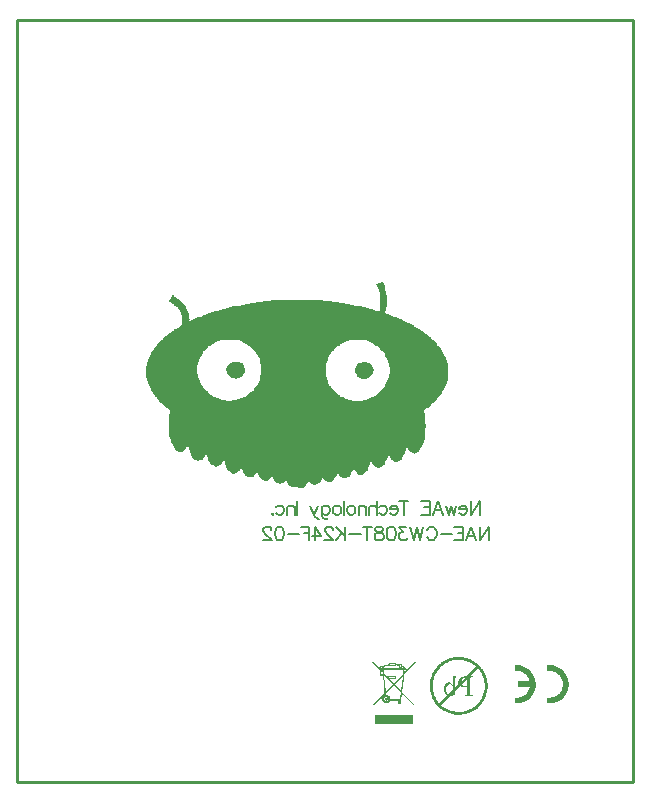
<source format=gbo>
G04*
G04 #@! TF.GenerationSoftware,Altium Limited,Altium Designer,18.1.6 (161)*
G04*
G04 Layer_Color=32896*
%FSLAX25Y25*%
%MOIN*%
G70*
G01*
G75*
%ADD15C,0.01000*%
%ADD17C,0.00700*%
G36*
X121973Y166599D02*
Y166316D01*
X122257D01*
Y166032D01*
Y165749D01*
X122540D01*
Y165465D01*
Y165181D01*
Y164898D01*
X122824D01*
Y164614D01*
Y164330D01*
Y164047D01*
Y163763D01*
X123107D01*
Y163480D01*
Y163196D01*
Y162912D01*
Y162629D01*
Y162345D01*
X123391D01*
Y162062D01*
Y161778D01*
Y161495D01*
Y161211D01*
Y160927D01*
Y160644D01*
Y160360D01*
Y160076D01*
Y159793D01*
Y159509D01*
Y159226D01*
Y158942D01*
Y158659D01*
Y158375D01*
X123107D01*
Y158091D01*
Y157808D01*
Y157524D01*
Y157240D01*
Y156957D01*
X122824D01*
Y156673D01*
Y156390D01*
X123107D01*
Y156106D01*
X123958D01*
Y155823D01*
X124809D01*
Y155539D01*
X125376D01*
Y155255D01*
X126227D01*
Y154972D01*
X126794D01*
Y154688D01*
X127361D01*
Y154404D01*
X128212D01*
Y154121D01*
X128779D01*
Y153837D01*
X129347D01*
Y153554D01*
X129914D01*
Y153270D01*
X130481D01*
Y152987D01*
X131048D01*
Y152703D01*
X131615D01*
Y152419D01*
X132183D01*
Y152136D01*
X132466D01*
Y151852D01*
X133033D01*
Y151568D01*
X133601D01*
Y151285D01*
X133884D01*
Y151001D01*
X134451D01*
Y150718D01*
X134735D01*
Y150434D01*
X135302D01*
Y150151D01*
X135586D01*
Y149867D01*
X135869D01*
Y149583D01*
X136437D01*
Y149300D01*
X136720D01*
Y149016D01*
X137004D01*
Y148732D01*
X137287D01*
Y148449D01*
X137855D01*
Y148165D01*
X138138D01*
Y147882D01*
X138422D01*
Y147598D01*
X138705D01*
Y147315D01*
X138989D01*
Y147031D01*
X139273D01*
Y146747D01*
X139556D01*
Y146464D01*
X139840D01*
Y146180D01*
X140123D01*
Y145896D01*
Y145613D01*
X140407D01*
Y145329D01*
X140691D01*
Y145046D01*
X140974D01*
Y144762D01*
X141258D01*
Y144478D01*
Y144195D01*
X141542D01*
Y143911D01*
X141825D01*
Y143628D01*
Y143344D01*
X142109D01*
Y143060D01*
Y142777D01*
X142392D01*
Y142493D01*
Y142210D01*
X142676D01*
Y141926D01*
Y141642D01*
X142959D01*
Y141359D01*
Y141075D01*
Y140792D01*
X143243D01*
Y140508D01*
Y140224D01*
Y139941D01*
X143527D01*
Y139657D01*
Y139374D01*
Y139090D01*
Y138806D01*
X143810D01*
Y138523D01*
Y138239D01*
Y137956D01*
Y137672D01*
Y137388D01*
Y137105D01*
Y136821D01*
Y136538D01*
Y136254D01*
Y135970D01*
Y135687D01*
Y135403D01*
Y135120D01*
X143527D01*
Y134836D01*
Y134552D01*
Y134269D01*
Y133985D01*
Y133702D01*
X143243D01*
Y133418D01*
Y133134D01*
Y132851D01*
X142959D01*
Y132567D01*
Y132284D01*
X142676D01*
Y132000D01*
Y131716D01*
Y131433D01*
X142392D01*
Y131149D01*
Y130866D01*
X142109D01*
Y130582D01*
X141825D01*
Y130298D01*
Y130015D01*
X141542D01*
Y129731D01*
Y129448D01*
X141258D01*
Y129164D01*
X140974D01*
Y128880D01*
X140691D01*
Y128597D01*
Y128313D01*
X140407D01*
Y128030D01*
X140123D01*
Y127746D01*
X139840D01*
Y127462D01*
X139556D01*
Y127179D01*
X139273D01*
Y126895D01*
X138989D01*
Y126612D01*
X138705D01*
Y126328D01*
X138422D01*
Y126044D01*
X138138D01*
Y125761D01*
X137855D01*
Y125477D01*
X137571D01*
Y125194D01*
X137287D01*
Y124910D01*
X137004D01*
Y124626D01*
X136437D01*
Y124343D01*
X136153D01*
Y124059D01*
X135586D01*
Y123776D01*
Y123492D01*
Y123208D01*
X135869D01*
Y122925D01*
Y122641D01*
Y122358D01*
Y122074D01*
X136153D01*
Y121790D01*
Y121507D01*
Y121223D01*
Y120940D01*
Y120656D01*
Y120372D01*
Y120089D01*
Y119805D01*
Y119522D01*
X136437D01*
Y119238D01*
Y118954D01*
Y118671D01*
Y118387D01*
Y118104D01*
X136153D01*
Y117820D01*
Y117536D01*
Y117253D01*
Y116969D01*
Y116685D01*
Y116402D01*
Y116118D01*
Y115835D01*
Y115551D01*
X135869D01*
Y115268D01*
Y114984D01*
Y114700D01*
Y114417D01*
Y114133D01*
X135586D01*
Y113849D01*
Y113566D01*
Y113282D01*
X135302D01*
Y112999D01*
Y112715D01*
Y112432D01*
X135019D01*
Y112148D01*
Y111864D01*
X134735D01*
Y111581D01*
Y111297D01*
X134451D01*
Y111013D01*
Y110730D01*
X134168D01*
Y110446D01*
X133884D01*
Y110163D01*
X133317D01*
Y109879D01*
X132750D01*
Y109596D01*
X132183D01*
Y109879D01*
X131615D01*
Y110163D01*
X131048D01*
Y110446D01*
X130765D01*
Y110730D01*
X130481D01*
Y111013D01*
Y111297D01*
X130197D01*
Y111581D01*
X129630D01*
Y111297D01*
Y111013D01*
Y110730D01*
Y110446D01*
X129347D01*
Y110163D01*
Y109879D01*
Y109596D01*
X129063D01*
Y109312D01*
Y109028D01*
X128779D01*
Y108745D01*
Y108461D01*
X128496D01*
Y108177D01*
Y107894D01*
X128212D01*
Y107610D01*
X127929D01*
Y107327D01*
X127645D01*
Y107043D01*
X127078D01*
Y106760D01*
X125660D01*
Y107043D01*
X125376D01*
Y107327D01*
X124809D01*
Y107610D01*
Y107894D01*
X124525D01*
Y108177D01*
X124242D01*
Y108461D01*
Y108745D01*
X123675D01*
Y108461D01*
Y108177D01*
X123391D01*
Y107894D01*
Y107610D01*
X123107D01*
Y107327D01*
Y107043D01*
X122824D01*
Y106760D01*
Y106476D01*
X122540D01*
Y106192D01*
Y105909D01*
X122257D01*
Y105625D01*
X121973D01*
Y105341D01*
X121689D01*
Y105058D01*
X121122D01*
Y104774D01*
X119988D01*
Y105058D01*
X119421D01*
Y105341D01*
X119137D01*
Y105625D01*
X118853D01*
Y105909D01*
X118570D01*
Y106192D01*
X118286D01*
Y106476D01*
Y106760D01*
X117719D01*
Y106476D01*
Y106192D01*
Y105909D01*
X117435D01*
Y105625D01*
Y105341D01*
Y105058D01*
X117152D01*
Y104774D01*
Y104491D01*
X116868D01*
Y104207D01*
Y103923D01*
X116585D01*
Y103640D01*
X116301D01*
Y103356D01*
X116017D01*
Y103073D01*
X115734D01*
Y102789D01*
X115450D01*
Y102506D01*
X113749D01*
Y102789D01*
X113465D01*
Y103073D01*
X113181D01*
Y103356D01*
X112898D01*
Y103640D01*
X112614D01*
Y103923D01*
Y104207D01*
X112047D01*
Y103923D01*
X111763D01*
Y103640D01*
Y103356D01*
X111480D01*
Y103073D01*
Y102789D01*
X111196D01*
Y102506D01*
X110913D01*
Y102222D01*
Y101938D01*
X110629D01*
Y101655D01*
X110062D01*
Y101371D01*
X108360D01*
Y101655D01*
X107793D01*
Y101938D01*
X107509D01*
Y102222D01*
X107226D01*
Y102506D01*
Y102789D01*
X106658D01*
Y102506D01*
Y102222D01*
X106375D01*
Y101938D01*
X106091D01*
Y101655D01*
Y101371D01*
X105808D01*
Y101087D01*
X105524D01*
Y100804D01*
X105240D01*
Y100520D01*
X104957D01*
Y100237D01*
X103255D01*
Y100520D01*
X102688D01*
Y100804D01*
X102404D01*
Y101087D01*
X102121D01*
Y101371D01*
X101554D01*
Y101087D01*
Y100804D01*
X101270D01*
Y100520D01*
Y100237D01*
X100987D01*
Y99953D01*
X100703D01*
Y99669D01*
X100419D01*
Y99386D01*
X99568D01*
Y99102D01*
X98718D01*
Y99386D01*
X98150D01*
Y99669D01*
X97867D01*
Y99953D01*
X97583D01*
Y100237D01*
X97016D01*
Y99953D01*
Y99669D01*
X96732D01*
Y99386D01*
X96449D01*
Y99102D01*
Y98819D01*
X96165D01*
Y98535D01*
X95598D01*
Y98251D01*
X95031D01*
Y97968D01*
X94464D01*
Y98251D01*
X93613D01*
Y98535D01*
X91344D01*
Y98819D01*
X90777D01*
Y99102D01*
X90493D01*
Y99386D01*
Y99669D01*
X90210D01*
Y99953D01*
X89926D01*
Y100237D01*
Y100520D01*
X89359D01*
Y100237D01*
X89075D01*
Y99953D01*
X88508D01*
Y99669D01*
X87941D01*
Y99386D01*
X87374D01*
Y99669D01*
X86806D01*
Y99953D01*
X86239D01*
Y100237D01*
X85956D01*
Y100520D01*
X85672D01*
Y100804D01*
Y101087D01*
X85388D01*
Y101371D01*
Y101655D01*
X84538D01*
Y101371D01*
X84254D01*
Y101087D01*
X83970D01*
Y100804D01*
X83687D01*
Y100520D01*
X82269D01*
Y100804D01*
X81702D01*
Y101087D01*
X81418D01*
Y101371D01*
X81134D01*
Y101655D01*
X80851D01*
Y101938D01*
X80567D01*
Y102222D01*
Y102506D01*
X80284D01*
Y102789D01*
Y103073D01*
X79716D01*
Y102789D01*
X79433D01*
Y102506D01*
X79149D01*
Y102222D01*
X78866D01*
Y101938D01*
X78582D01*
Y101655D01*
X76880D01*
Y101938D01*
X76597D01*
Y102222D01*
X76030D01*
Y102506D01*
Y102789D01*
X75746D01*
Y103073D01*
X75462D01*
Y103356D01*
Y103640D01*
X75179D01*
Y103923D01*
Y104207D01*
X74895D01*
Y104491D01*
X74328D01*
Y104207D01*
Y103923D01*
X74044D01*
Y103640D01*
X73761D01*
Y103356D01*
X73477D01*
Y103073D01*
X72626D01*
Y102789D01*
X71776D01*
Y103073D01*
X71208D01*
Y103356D01*
X70925D01*
Y103640D01*
X70641D01*
Y103923D01*
X70358D01*
Y104207D01*
X70074D01*
Y104491D01*
Y104774D01*
X69790D01*
Y105058D01*
Y105341D01*
X69507D01*
Y105625D01*
Y105909D01*
X69223D01*
Y106192D01*
Y106476D01*
Y106760D01*
Y107043D01*
X68656D01*
Y106760D01*
X68372D01*
Y106476D01*
Y106192D01*
X68089D01*
Y105909D01*
X67805D01*
Y105625D01*
X67238D01*
Y105341D01*
X66671D01*
Y105058D01*
X66104D01*
Y105341D01*
X65536D01*
Y105625D01*
X64969D01*
Y105909D01*
X64685D01*
Y106192D01*
X64402D01*
Y106476D01*
Y106760D01*
X64118D01*
Y107043D01*
X63835D01*
Y107327D01*
Y107610D01*
Y107894D01*
X63551D01*
Y108177D01*
Y108461D01*
X63267D01*
Y108745D01*
Y109028D01*
X62700D01*
Y108745D01*
Y108461D01*
X62417D01*
Y108177D01*
X62133D01*
Y107894D01*
X61849D01*
Y107610D01*
X61566D01*
Y107327D01*
X60715D01*
Y107043D01*
X60148D01*
Y107327D01*
X59581D01*
Y107610D01*
X59013D01*
Y107894D01*
X58730D01*
Y108177D01*
X58446D01*
Y108461D01*
Y108745D01*
X58163D01*
Y109028D01*
Y109312D01*
X57879D01*
Y109596D01*
Y109879D01*
X57595D01*
Y110163D01*
Y110446D01*
Y110730D01*
X57312D01*
Y111013D01*
Y111297D01*
Y111581D01*
Y111864D01*
X56461D01*
Y111581D01*
Y111297D01*
X56178D01*
Y111013D01*
X55894D01*
Y110730D01*
X55610D01*
Y110446D01*
X55327D01*
Y110163D01*
X53625D01*
Y110446D01*
X53058D01*
Y110730D01*
X52774D01*
Y111013D01*
Y111297D01*
X52491D01*
Y111581D01*
X52207D01*
Y111864D01*
Y112148D01*
X51924D01*
Y112432D01*
Y112715D01*
X51640D01*
Y112999D01*
Y113282D01*
X51356D01*
Y113566D01*
Y113849D01*
Y114133D01*
Y114417D01*
X51073D01*
Y114700D01*
Y114984D01*
Y115268D01*
X50789D01*
Y115551D01*
Y115835D01*
Y116118D01*
Y116402D01*
Y116685D01*
Y116969D01*
Y117253D01*
Y117536D01*
Y117820D01*
Y118104D01*
X50506D01*
Y118387D01*
Y118671D01*
Y118954D01*
Y119238D01*
Y119522D01*
Y119805D01*
Y120089D01*
Y120372D01*
X50789D01*
Y120656D01*
Y120940D01*
Y121223D01*
Y121507D01*
Y121790D01*
Y122074D01*
Y122358D01*
Y122641D01*
Y122925D01*
X51073D01*
Y123208D01*
Y123492D01*
Y123776D01*
Y124059D01*
X50789D01*
Y124343D01*
X50222D01*
Y124626D01*
X49938D01*
Y124910D01*
X49655D01*
Y125194D01*
X49371D01*
Y125477D01*
X49088D01*
Y125761D01*
X48520D01*
Y126044D01*
X48237D01*
Y126328D01*
X47953D01*
Y126612D01*
X47670D01*
Y126895D01*
X47386D01*
Y127179D01*
Y127462D01*
X47102D01*
Y127746D01*
X46819D01*
Y128030D01*
X46535D01*
Y128313D01*
X46251D01*
Y128597D01*
X45968D01*
Y128880D01*
Y129164D01*
X45684D01*
Y129448D01*
X45401D01*
Y129731D01*
Y130015D01*
X45117D01*
Y130298D01*
X44833D01*
Y130582D01*
Y130866D01*
X44550D01*
Y131149D01*
Y131433D01*
X44266D01*
Y131716D01*
Y132000D01*
X43983D01*
Y132284D01*
Y132567D01*
Y132851D01*
X43699D01*
Y133134D01*
Y133418D01*
Y133702D01*
X43415D01*
Y133985D01*
Y134269D01*
Y134552D01*
Y134836D01*
X43132D01*
Y135120D01*
Y135403D01*
Y135687D01*
Y135970D01*
Y136254D01*
Y136538D01*
Y136821D01*
Y137105D01*
Y137388D01*
Y137672D01*
Y137956D01*
Y138239D01*
Y138523D01*
Y138806D01*
X43415D01*
Y139090D01*
Y139374D01*
Y139657D01*
Y139941D01*
Y140224D01*
X43699D01*
Y140508D01*
Y140792D01*
Y141075D01*
X43983D01*
Y141359D01*
Y141642D01*
X44266D01*
Y141926D01*
Y142210D01*
Y142493D01*
X44550D01*
Y142777D01*
X44833D01*
Y143060D01*
Y143344D01*
X45117D01*
Y143628D01*
Y143911D01*
X45401D01*
Y144195D01*
X45684D01*
Y144478D01*
Y144762D01*
X45968D01*
Y145046D01*
X46251D01*
Y145329D01*
X46535D01*
Y145613D01*
Y145896D01*
X46819D01*
Y146180D01*
X47102D01*
Y146464D01*
X47386D01*
Y146747D01*
X47670D01*
Y147031D01*
X47953D01*
Y147315D01*
X48237D01*
Y147598D01*
X48520D01*
Y147882D01*
X48804D01*
Y148165D01*
X49088D01*
Y148449D01*
X49371D01*
Y148732D01*
X49938D01*
Y149016D01*
X50222D01*
Y149300D01*
X50506D01*
Y149583D01*
X50789D01*
Y149867D01*
X51356D01*
Y150151D01*
X51640D01*
Y150434D01*
X52207D01*
Y150718D01*
X52491D01*
Y151001D01*
X53058D01*
Y151285D01*
X53342D01*
Y151568D01*
X53909D01*
Y151852D01*
X54476D01*
Y152136D01*
X54760D01*
Y152419D01*
X55043D01*
Y152703D01*
Y152987D01*
Y153270D01*
Y153554D01*
Y153837D01*
Y154121D01*
Y154404D01*
Y154688D01*
Y154972D01*
Y155255D01*
Y155539D01*
Y155823D01*
X54760D01*
Y156106D01*
Y156390D01*
Y156673D01*
X54476D01*
Y156957D01*
Y157240D01*
X54192D01*
Y157524D01*
X53909D01*
Y157808D01*
X53625D01*
Y158091D01*
Y158375D01*
X53058D01*
Y158659D01*
X52774D01*
Y158942D01*
X52491D01*
Y159226D01*
X52207D01*
Y159509D01*
X51640D01*
Y159793D01*
X51356D01*
Y160076D01*
X50789D01*
Y160360D01*
Y160644D01*
X51073D01*
Y160927D01*
Y161211D01*
X51356D01*
Y161495D01*
Y161778D01*
X51640D01*
Y162062D01*
Y162345D01*
X52207D01*
Y162062D01*
X52491D01*
Y161778D01*
X53058D01*
Y161495D01*
X53342D01*
Y161211D01*
X53909D01*
Y160927D01*
X54192D01*
Y160644D01*
X54476D01*
Y160360D01*
X54760D01*
Y160076D01*
X55043D01*
Y159793D01*
X55327D01*
Y159509D01*
X55610D01*
Y159226D01*
X55894D01*
Y158942D01*
X56178D01*
Y158659D01*
Y158375D01*
X56461D01*
Y158091D01*
Y157808D01*
X56745D01*
Y157524D01*
Y157240D01*
X57028D01*
Y156957D01*
Y156673D01*
Y156390D01*
X57312D01*
Y156106D01*
Y155823D01*
Y155539D01*
Y155255D01*
Y154972D01*
Y154688D01*
Y154404D01*
X57595D01*
Y154121D01*
X57312D01*
Y153837D01*
X58163D01*
Y154121D01*
X58730D01*
Y154404D01*
X59297D01*
Y154688D01*
X60148D01*
Y154972D01*
X60715D01*
Y155255D01*
X61566D01*
Y155539D01*
X62133D01*
Y155823D01*
X62984D01*
Y156106D01*
X63835D01*
Y156390D01*
X64685D01*
Y156673D01*
X65536D01*
Y156957D01*
X66387D01*
Y157240D01*
X67238D01*
Y157524D01*
X68372D01*
Y157808D01*
X69507D01*
Y158091D01*
X70641D01*
Y158375D01*
X71776D01*
Y158659D01*
X73194D01*
Y158942D01*
X74612D01*
Y159226D01*
X76030D01*
Y159509D01*
X77731D01*
Y159793D01*
X79716D01*
Y160076D01*
X81985D01*
Y160360D01*
X84821D01*
Y160644D01*
X89926D01*
Y160927D01*
X97016D01*
Y160644D01*
X102121D01*
Y160360D01*
X104957D01*
Y160076D01*
X107226D01*
Y159793D01*
X109211D01*
Y159509D01*
X110913D01*
Y159226D01*
X112330D01*
Y158942D01*
X113749D01*
Y158659D01*
X115166D01*
Y158375D01*
X116301D01*
Y158091D01*
X117435D01*
Y157808D01*
X118570D01*
Y157524D01*
X119421D01*
Y157240D01*
X120839D01*
Y157524D01*
Y157808D01*
Y158091D01*
Y158375D01*
Y158659D01*
Y158942D01*
X121122D01*
Y159226D01*
Y159509D01*
Y159793D01*
Y160076D01*
Y160360D01*
Y160644D01*
Y160927D01*
Y161211D01*
Y161495D01*
Y161778D01*
X120839D01*
Y162062D01*
Y162345D01*
Y162629D01*
Y162912D01*
Y163196D01*
Y163480D01*
X120555D01*
Y163763D01*
Y164047D01*
Y164330D01*
X120271D01*
Y164614D01*
Y164898D01*
Y165181D01*
X119988D01*
Y165465D01*
Y165749D01*
X119704D01*
Y166032D01*
X120271D01*
Y166316D01*
X120839D01*
Y166599D01*
X121406D01*
Y166883D01*
X121973D01*
Y166599D01*
D02*
G37*
G36*
X132900Y40022D02*
X128978Y35938D01*
X128862Y34839D01*
X128619Y32166D01*
X128422Y30245D01*
X132622Y25930D01*
X132333Y25652D01*
X128388Y29701D01*
X128156Y27214D01*
X128029D01*
Y26265D01*
X127150D01*
Y27214D01*
X124431D01*
X124327Y27029D01*
X124199Y26844D01*
X124003Y26635D01*
X123748Y26462D01*
X123459Y26369D01*
X123181Y26335D01*
X122892Y26346D01*
X122684Y26404D01*
X122441Y26508D01*
X122232Y26635D01*
X122071Y26797D01*
X121908Y27029D01*
X121793Y27283D01*
X121723Y27526D01*
X121700Y27723D01*
X121723Y27966D01*
X121758Y28151D01*
X121827Y28325D01*
X121932Y28521D01*
X122047Y28683D01*
X122209Y28834D01*
X122383Y28949D01*
X122545Y29030D01*
X122522Y29239D01*
X119062Y25652D01*
X118773Y25941D01*
X122487Y29782D01*
X122186Y33138D01*
X121978Y35567D01*
X120867D01*
Y37129D01*
X121156D01*
X118345Y40022D01*
X118634Y40299D01*
X121284Y37569D01*
Y37766D01*
X121226Y37812D01*
X121156Y37858D01*
X121087Y37928D01*
X121018Y38009D01*
X120983Y38113D01*
X120948Y38205D01*
X120937Y38321D01*
X120960Y38471D01*
X120994Y38552D01*
X121099Y38715D01*
X121214Y38819D01*
X121365Y38888D01*
X121527Y38911D01*
X121689Y38888D01*
X121827Y38830D01*
X121943Y38761D01*
X122001Y38691D01*
X122105Y38784D01*
X122279Y38900D01*
X122487Y39004D01*
X122788Y39119D01*
X123112Y39212D01*
X123436Y39281D01*
X123783Y39339D01*
X124060Y39374D01*
Y39721D01*
X126282D01*
Y39420D01*
X126455D01*
X126745Y39386D01*
X127046Y39351D01*
X127335Y39305D01*
Y39490D01*
X128295D01*
Y39038D01*
X128411Y38981D01*
X128561Y38911D01*
X128735Y38807D01*
X128874Y38715D01*
X129001Y38599D01*
X129094Y38518D01*
X129151Y38437D01*
X129198Y38344D01*
X129174Y38182D01*
X129730D01*
Y37477D01*
X129117D01*
X129024Y36562D01*
X132611Y40299D01*
X132900Y40022D01*
D02*
G37*
G36*
X132055Y22447D02*
Y22389D01*
Y22308D01*
Y22227D01*
Y22135D01*
Y22054D01*
Y21996D01*
Y21984D01*
Y21973D01*
Y21591D01*
Y21406D01*
Y21232D01*
Y21093D01*
Y20978D01*
Y20931D01*
Y20897D01*
Y20885D01*
Y20874D01*
Y20654D01*
Y20457D01*
Y20272D01*
Y20110D01*
Y19971D01*
Y19879D01*
Y19809D01*
Y19797D01*
Y19786D01*
Y19624D01*
Y19508D01*
Y19416D01*
Y19358D01*
Y19323D01*
Y19312D01*
Y19300D01*
X119409D01*
Y19323D01*
Y19381D01*
Y19450D01*
Y19543D01*
Y19636D01*
Y19705D01*
Y19763D01*
Y19786D01*
Y20168D01*
Y20353D01*
Y20515D01*
Y20665D01*
Y20769D01*
Y20816D01*
Y20850D01*
Y20862D01*
Y20874D01*
Y21093D01*
Y21302D01*
Y21487D01*
Y21649D01*
Y21788D01*
Y21892D01*
Y21949D01*
Y21973D01*
Y22065D01*
Y22135D01*
Y22262D01*
Y22354D01*
Y22412D01*
Y22447D01*
Y22459D01*
Y22470D01*
X132055D01*
Y22447D01*
D02*
G37*
G36*
X147598Y41873D02*
X147968Y41850D01*
X148327Y41815D01*
X148674Y41757D01*
X149021Y41699D01*
X149345Y41618D01*
X149993Y41445D01*
X150594Y41225D01*
X151161Y40982D01*
X151682Y40728D01*
X151925Y40600D01*
X152156Y40462D01*
X152376Y40334D01*
X152584Y40195D01*
X152781Y40068D01*
X152966Y39941D01*
X153140Y39814D01*
X153302Y39698D01*
X153441Y39582D01*
X153568Y39478D01*
X153683Y39386D01*
X153788Y39305D01*
X153880Y39224D01*
X153950Y39166D01*
X154007Y39108D01*
X154042Y39073D01*
X154065Y39050D01*
X154077Y39038D01*
X154332Y38772D01*
X154574Y38495D01*
X154794Y38217D01*
X155014Y37928D01*
X155199Y37639D01*
X155384Y37361D01*
X155558Y37060D01*
X155708Y36771D01*
X155847Y36481D01*
X155986Y36192D01*
X156206Y35625D01*
X156403Y35081D01*
X156541Y34561D01*
X156669Y34063D01*
X156715Y33832D01*
X156750Y33612D01*
X156784Y33415D01*
X156819Y33219D01*
X156842Y33034D01*
X156854Y32872D01*
X156865Y32721D01*
X156877Y32594D01*
X156888Y32478D01*
Y32374D01*
X156900Y32305D01*
Y32247D01*
Y32212D01*
Y32201D01*
X156888Y31830D01*
X156865Y31460D01*
X156831Y31101D01*
X156773Y30754D01*
X156715Y30407D01*
X156634Y30083D01*
X156460Y29435D01*
X156240Y28834D01*
X156009Y28267D01*
X155755Y27746D01*
X155616Y27503D01*
X155489Y27272D01*
X155361Y27052D01*
X155222Y26844D01*
X155095Y26647D01*
X154968Y26462D01*
X154852Y26288D01*
X154736Y26126D01*
X154621Y25987D01*
X154517Y25860D01*
X154424Y25745D01*
X154332Y25640D01*
X154262Y25548D01*
X154193Y25478D01*
X154146Y25420D01*
X154112Y25386D01*
X154088Y25363D01*
X154077Y25351D01*
X153811Y25097D01*
X153533Y24854D01*
X153255Y24622D01*
X152966Y24414D01*
X152677Y24217D01*
X152388Y24032D01*
X152099Y23870D01*
X151809Y23708D01*
X151520Y23569D01*
X151231Y23442D01*
X150664Y23211D01*
X150108Y23025D01*
X149588Y22875D01*
X149102Y22759D01*
X148870Y22702D01*
X148651Y22667D01*
X148442Y22632D01*
X148246Y22609D01*
X148061Y22574D01*
X147898Y22563D01*
X147748Y22551D01*
X147621Y22540D01*
X147505Y22528D01*
X147401D01*
X147332Y22516D01*
X147228D01*
X146857Y22528D01*
X146487Y22551D01*
X146128Y22586D01*
X145781Y22644D01*
X145446Y22702D01*
X145110Y22783D01*
X144474Y22956D01*
X143872Y23176D01*
X143305Y23419D01*
X142785Y23674D01*
X142542Y23801D01*
X142310Y23940D01*
X142090Y24067D01*
X141882Y24194D01*
X141685Y24333D01*
X141500Y24460D01*
X141327Y24576D01*
X141165Y24692D01*
X141026Y24807D01*
X140899Y24911D01*
X140783Y25004D01*
X140679Y25085D01*
X140586Y25166D01*
X140517Y25235D01*
X140459Y25282D01*
X140424Y25316D01*
X140401Y25339D01*
X140390Y25351D01*
X140135Y25617D01*
X139892Y25895D01*
X139661Y26173D01*
X139452Y26462D01*
X139256Y26751D01*
X139071Y27040D01*
X138897Y27330D01*
X138747Y27619D01*
X138596Y27908D01*
X138469Y28197D01*
X138238Y28764D01*
X138052Y29320D01*
X137902Y29840D01*
X137786Y30326D01*
X137729Y30558D01*
X137694Y30777D01*
X137659Y30986D01*
X137624Y31182D01*
X137601Y31367D01*
X137590Y31530D01*
X137578Y31680D01*
X137566Y31807D01*
X137555Y31923D01*
X137543Y32027D01*
Y32096D01*
Y32154D01*
Y32189D01*
Y32201D01*
X137555Y32571D01*
X137578Y32941D01*
X137613Y33300D01*
X137671Y33647D01*
X137729Y33982D01*
X137810Y34318D01*
X137983Y34954D01*
X138203Y35556D01*
X138446Y36123D01*
X138700Y36643D01*
X138828Y36886D01*
X138967Y37118D01*
X139094Y37338D01*
X139233Y37546D01*
X139360Y37743D01*
X139487Y37928D01*
X139614Y38101D01*
X139730Y38263D01*
X139846Y38402D01*
X139950Y38529D01*
X140042Y38645D01*
X140123Y38749D01*
X140205Y38842D01*
X140262Y38911D01*
X140320Y38969D01*
X140355Y39004D01*
X140378Y39027D01*
X140390Y39038D01*
X140656Y39293D01*
X140933Y39536D01*
X141211Y39767D01*
X141500Y39976D01*
X141790Y40172D01*
X142067Y40357D01*
X142368Y40531D01*
X142657Y40681D01*
X142947Y40832D01*
X143236Y40959D01*
X143803Y41190D01*
X144347Y41376D01*
X144867Y41526D01*
X145365Y41642D01*
X145596Y41699D01*
X145816Y41734D01*
X146013Y41769D01*
X146209Y41804D01*
X146394Y41827D01*
X146556Y41838D01*
X146707Y41850D01*
X146834Y41862D01*
X146950Y41873D01*
X147054Y41885D01*
X147228D01*
X147598Y41873D01*
D02*
G37*
G36*
X177942Y39177D02*
X178416Y39120D01*
X178867Y39027D01*
X179295Y38900D01*
X179700Y38761D01*
X180070Y38599D01*
X180429Y38425D01*
X180741Y38252D01*
X181031Y38078D01*
X181285Y37905D01*
X181505Y37743D01*
X181690Y37604D01*
X181829Y37477D01*
X181933Y37384D01*
X182002Y37326D01*
X182026Y37303D01*
X182361Y36944D01*
X182650Y36563D01*
X182905Y36181D01*
X183113Y35799D01*
X183298Y35406D01*
X183449Y35035D01*
X183576Y34665D01*
X183680Y34318D01*
X183750Y33994D01*
X183807Y33693D01*
X183854Y33427D01*
X183877Y33196D01*
X183888Y33092D01*
X183900Y32999D01*
Y32930D01*
X183912Y32860D01*
Y32814D01*
Y32779D01*
Y32756D01*
Y32745D01*
X183888Y32259D01*
X183831Y31784D01*
X183738Y31333D01*
X183611Y30905D01*
X183472Y30500D01*
X183310Y30130D01*
X183148Y29783D01*
X182963Y29459D01*
X182789Y29181D01*
X182627Y28926D01*
X182465Y28707D01*
X182315Y28521D01*
X182199Y28383D01*
X182107Y28267D01*
X182049Y28209D01*
X182026Y28186D01*
X181667Y27850D01*
X181285Y27561D01*
X180903Y27307D01*
X180510Y27098D01*
X180128Y26913D01*
X179746Y26763D01*
X179376Y26636D01*
X179029Y26531D01*
X178705Y26462D01*
X178404Y26404D01*
X178138Y26358D01*
X177907Y26335D01*
X177803Y26323D01*
X177710Y26312D01*
X177641D01*
X177571Y26300D01*
X177213D01*
X177108Y26312D01*
X176923D01*
X176865Y26323D01*
X176808D01*
Y28278D01*
X177027Y28255D01*
X177143Y28244D01*
X177236D01*
X177328Y28232D01*
X177455D01*
X177803Y28244D01*
X178127Y28290D01*
X178439Y28359D01*
X178740Y28440D01*
X179017Y28533D01*
X179284Y28649D01*
X179526Y28764D01*
X179746Y28892D01*
X179955Y29019D01*
X180128Y29135D01*
X180279Y29250D01*
X180406Y29343D01*
X180510Y29436D01*
X180591Y29493D01*
X180637Y29540D01*
X180649Y29551D01*
X180880Y29806D01*
X181088Y30072D01*
X181262Y30338D01*
X181412Y30616D01*
X181540Y30882D01*
X181644Y31148D01*
X181736Y31402D01*
X181806Y31645D01*
X181852Y31877D01*
X181898Y32085D01*
X181922Y32270D01*
X181945Y32432D01*
X181956Y32559D01*
X181968Y32664D01*
Y32721D01*
Y32745D01*
X181956Y33092D01*
X181910Y33416D01*
X181841Y33740D01*
X181760Y34040D01*
X181667Y34318D01*
X181551Y34584D01*
X181436Y34827D01*
X181308Y35047D01*
X181181Y35244D01*
X181065Y35417D01*
X180950Y35579D01*
X180857Y35706D01*
X180764Y35799D01*
X180707Y35880D01*
X180660Y35926D01*
X180649Y35938D01*
X180394Y36169D01*
X180128Y36378D01*
X179862Y36551D01*
X179584Y36713D01*
X179318Y36840D01*
X179052Y36944D01*
X178798Y37037D01*
X178555Y37106D01*
X178323Y37153D01*
X178115Y37199D01*
X177930Y37234D01*
X177768Y37245D01*
X177641Y37257D01*
X177536Y37268D01*
X177455D01*
X177213Y37257D01*
X177108D01*
X177004Y37245D01*
X176923Y37234D01*
X176865D01*
X176819Y37222D01*
X176808D01*
Y39166D01*
X177027Y39189D01*
X177131D01*
X177236Y39200D01*
X177455D01*
X177942Y39177D01*
D02*
G37*
G36*
X166973D02*
X167447Y39120D01*
X167899Y39027D01*
X168327Y38900D01*
X168732Y38761D01*
X169102Y38599D01*
X169449Y38425D01*
X169773Y38252D01*
X170051Y38078D01*
X170305Y37905D01*
X170525Y37743D01*
X170710Y37604D01*
X170849Y37477D01*
X170965Y37384D01*
X171023Y37326D01*
X171046Y37303D01*
X171381Y36944D01*
X171670Y36563D01*
X171925Y36181D01*
X172133Y35799D01*
X172318Y35406D01*
X172469Y35035D01*
X172596Y34665D01*
X172700Y34318D01*
X172770Y33994D01*
X172827Y33693D01*
X172874Y33427D01*
X172897Y33196D01*
X172908Y33092D01*
X172920Y32999D01*
Y32930D01*
X172932Y32860D01*
Y32814D01*
Y32779D01*
Y32756D01*
Y32745D01*
X172908Y32259D01*
X172851Y31784D01*
X172758Y31333D01*
X172631Y30905D01*
X172492Y30500D01*
X172330Y30130D01*
X172168Y29783D01*
X171983Y29459D01*
X171809Y29181D01*
X171647Y28926D01*
X171485Y28707D01*
X171335Y28521D01*
X171219Y28383D01*
X171127Y28267D01*
X171069Y28209D01*
X171046Y28186D01*
X170687Y27850D01*
X170305Y27561D01*
X169923Y27307D01*
X169542Y27098D01*
X169148Y26913D01*
X168778Y26763D01*
X168408Y26636D01*
X168061Y26531D01*
X167737Y26462D01*
X167436Y26404D01*
X167170Y26358D01*
X166938Y26335D01*
X166834Y26323D01*
X166742Y26312D01*
X166672D01*
X166603Y26300D01*
X166244D01*
X166140Y26312D01*
X165955D01*
X165897Y26323D01*
X165839D01*
X165851Y28278D01*
X166071Y28255D01*
X166175Y28244D01*
X166279D01*
X166360Y28232D01*
X166487D01*
X166776Y28244D01*
X167066Y28278D01*
X167343Y28325D01*
X167598Y28383D01*
X167852Y28464D01*
X168084Y28545D01*
X168304Y28637D01*
X168500Y28730D01*
X168685Y28822D01*
X168847Y28915D01*
X168986Y28996D01*
X169102Y29077D01*
X169194Y29135D01*
X169264Y29181D01*
X169310Y29216D01*
X169322Y29227D01*
X169542Y29424D01*
X169750Y29621D01*
X169923Y29829D01*
X170085Y30049D01*
X170236Y30257D01*
X170363Y30477D01*
X170479Y30685D01*
X170571Y30882D01*
X170652Y31067D01*
X170722Y31240D01*
X170780Y31391D01*
X170826Y31530D01*
X170861Y31634D01*
X170884Y31715D01*
X170895Y31761D01*
Y31784D01*
X167123D01*
Y33716D01*
X170895D01*
X170826Y34006D01*
X170733Y34272D01*
X170629Y34538D01*
X170513Y34781D01*
X170386Y35001D01*
X170259Y35209D01*
X170120Y35406D01*
X169993Y35579D01*
X169866Y35741D01*
X169738Y35880D01*
X169634Y35996D01*
X169530Y36088D01*
X169449Y36169D01*
X169391Y36227D01*
X169345Y36262D01*
X169333Y36273D01*
X169090Y36447D01*
X168847Y36597D01*
X168605Y36736D01*
X168361Y36852D01*
X168119Y36944D01*
X167887Y37025D01*
X167656Y37095D01*
X167436Y37141D01*
X167239Y37187D01*
X167054Y37211D01*
X166892Y37234D01*
X166753Y37257D01*
X166638D01*
X166557Y37268D01*
X166487D01*
X166244Y37257D01*
X166140D01*
X166036Y37245D01*
X165955Y37234D01*
X165897D01*
X165851Y37222D01*
X165839D01*
Y39166D01*
X165978Y39177D01*
X166094Y39189D01*
X166209D01*
X166302Y39200D01*
X166487D01*
X166973Y39177D01*
D02*
G37*
%LPC*%
G36*
X115166Y147598D02*
X111763D01*
Y147315D01*
X110629D01*
Y147031D01*
X109778D01*
Y146747D01*
X108927D01*
Y146464D01*
X108360D01*
Y146180D01*
X107793D01*
Y145896D01*
X107509D01*
Y145613D01*
X106942D01*
Y145329D01*
X106658D01*
Y145046D01*
X106375D01*
Y144762D01*
X106091D01*
Y144478D01*
X105808D01*
Y144195D01*
X105524D01*
Y143911D01*
X105240D01*
Y143628D01*
X104957D01*
Y143344D01*
X104673D01*
Y143060D01*
Y142777D01*
X104390D01*
Y142493D01*
X104106D01*
Y142210D01*
Y141926D01*
X103823D01*
Y141642D01*
Y141359D01*
X103539D01*
Y141075D01*
Y140792D01*
Y140508D01*
X103255D01*
Y140224D01*
Y139941D01*
Y139657D01*
X102972D01*
Y139374D01*
Y139090D01*
Y138806D01*
Y138523D01*
Y138239D01*
Y137956D01*
Y137672D01*
Y137388D01*
Y137105D01*
Y136821D01*
Y136538D01*
Y136254D01*
Y135970D01*
Y135687D01*
Y135403D01*
Y135120D01*
X103255D01*
Y134836D01*
Y134552D01*
Y134269D01*
X103539D01*
Y133985D01*
Y133702D01*
Y133418D01*
X103823D01*
Y133134D01*
Y132851D01*
X104106D01*
Y132567D01*
Y132284D01*
X104390D01*
Y132000D01*
X104673D01*
Y131716D01*
Y131433D01*
X104957D01*
Y131149D01*
X105240D01*
Y130866D01*
X105524D01*
Y130582D01*
X105808D01*
Y130298D01*
X106091D01*
Y130015D01*
X106375D01*
Y129731D01*
X106658D01*
Y129448D01*
X106942D01*
Y129164D01*
X107509D01*
Y128880D01*
X107793D01*
Y128597D01*
X108360D01*
Y128313D01*
X108927D01*
Y128030D01*
X109494D01*
Y127746D01*
X110345D01*
Y127462D01*
X111763D01*
Y127179D01*
X115450D01*
Y127462D01*
X116585D01*
Y127746D01*
X117435D01*
Y128030D01*
X118002D01*
Y128313D01*
X118570D01*
Y128597D01*
X119137D01*
Y128880D01*
X119704D01*
Y129164D01*
X119988D01*
Y129448D01*
X120271D01*
Y129731D01*
X120555D01*
Y130015D01*
X121122D01*
Y130298D01*
X121406D01*
Y130582D01*
Y130866D01*
X121689D01*
Y131149D01*
X121973D01*
Y131433D01*
X122257D01*
Y131716D01*
X122540D01*
Y132000D01*
Y132284D01*
X122824D01*
Y132567D01*
Y132851D01*
X123107D01*
Y133134D01*
Y133418D01*
X123391D01*
Y133702D01*
Y133985D01*
X123675D01*
Y134269D01*
Y134552D01*
Y134836D01*
X123958D01*
Y135120D01*
Y135403D01*
Y135687D01*
Y135970D01*
Y136254D01*
X124242D01*
Y136538D01*
Y136821D01*
Y137105D01*
Y137388D01*
Y137672D01*
Y137956D01*
Y138239D01*
Y138523D01*
X123958D01*
Y138806D01*
Y139090D01*
Y139374D01*
Y139657D01*
Y139941D01*
X123675D01*
Y140224D01*
Y140508D01*
Y140792D01*
X123391D01*
Y141075D01*
Y141359D01*
X123107D01*
Y141642D01*
Y141926D01*
X122824D01*
Y142210D01*
Y142493D01*
X122540D01*
Y142777D01*
Y143060D01*
X122257D01*
Y143344D01*
X121973D01*
Y143628D01*
X121689D01*
Y143911D01*
X121406D01*
Y144195D01*
X121122D01*
Y144478D01*
X120839D01*
Y144762D01*
X120555D01*
Y145046D01*
X120271D01*
Y145329D01*
X119988D01*
Y145613D01*
X119421D01*
Y145896D01*
X119137D01*
Y146180D01*
X118570D01*
Y146464D01*
X118002D01*
Y146747D01*
X117435D01*
Y147031D01*
X116585D01*
Y147315D01*
X115166D01*
Y147598D01*
D02*
G37*
G36*
X73194D02*
X68372D01*
Y147315D01*
X67522D01*
Y147031D01*
X66671D01*
Y146747D01*
X66104D01*
Y146464D01*
X65536D01*
Y146180D01*
X64969D01*
Y145896D01*
X64685D01*
Y145613D01*
X64118D01*
Y145329D01*
X63835D01*
Y145046D01*
X63551D01*
Y144762D01*
X63267D01*
Y144478D01*
X62984D01*
Y144195D01*
X62700D01*
Y143911D01*
X62417D01*
Y143628D01*
X62133D01*
Y143344D01*
Y143060D01*
X61849D01*
Y142777D01*
X61566D01*
Y142493D01*
Y142210D01*
X61282D01*
Y141926D01*
Y141642D01*
X60999D01*
Y141359D01*
Y141075D01*
X60715D01*
Y140792D01*
Y140508D01*
Y140224D01*
X60431D01*
Y139941D01*
Y139657D01*
Y139374D01*
Y139090D01*
X60148D01*
Y138806D01*
Y138523D01*
Y138239D01*
Y137956D01*
Y137672D01*
Y137388D01*
Y137105D01*
Y136821D01*
Y136538D01*
Y136254D01*
Y135970D01*
X60431D01*
Y135687D01*
Y135403D01*
Y135120D01*
Y134836D01*
X60715D01*
Y134552D01*
Y134269D01*
Y133985D01*
X60999D01*
Y133702D01*
Y133418D01*
Y133134D01*
X61282D01*
Y132851D01*
Y132567D01*
X61566D01*
Y132284D01*
X61849D01*
Y132000D01*
Y131716D01*
X62133D01*
Y131433D01*
X62417D01*
Y131149D01*
X62700D01*
Y130866D01*
X62984D01*
Y130582D01*
X63267D01*
Y130298D01*
X63551D01*
Y130015D01*
X63835D01*
Y129731D01*
X64118D01*
Y129448D01*
X64402D01*
Y129164D01*
X64969D01*
Y128880D01*
X65253D01*
Y128597D01*
X65820D01*
Y128313D01*
X66387D01*
Y128030D01*
X67238D01*
Y127746D01*
X68089D01*
Y127462D01*
X69790D01*
Y127179D01*
X71776D01*
Y127462D01*
X73477D01*
Y127746D01*
X74328D01*
Y128030D01*
X75179D01*
Y128313D01*
X75746D01*
Y128597D01*
X76313D01*
Y128880D01*
X76597D01*
Y129164D01*
X77164D01*
Y129448D01*
X77448D01*
Y129731D01*
X77731D01*
Y130015D01*
X78298D01*
Y130298D01*
X78582D01*
Y130582D01*
X78866D01*
Y130866D01*
Y131149D01*
X79149D01*
Y131433D01*
X79433D01*
Y131716D01*
X79716D01*
Y132000D01*
X80000D01*
Y132284D01*
Y132567D01*
X80284D01*
Y132851D01*
Y133134D01*
X80567D01*
Y133418D01*
Y133702D01*
X80851D01*
Y133985D01*
Y134269D01*
Y134552D01*
X81134D01*
Y134836D01*
Y135120D01*
Y135403D01*
Y135687D01*
X81418D01*
Y135970D01*
Y136254D01*
Y136538D01*
Y136821D01*
Y137105D01*
Y137388D01*
Y137672D01*
Y137956D01*
Y138239D01*
Y138523D01*
Y138806D01*
Y139090D01*
Y139374D01*
X81134D01*
Y139657D01*
Y139941D01*
Y140224D01*
Y140508D01*
X80851D01*
Y140792D01*
Y141075D01*
Y141359D01*
X80567D01*
Y141642D01*
Y141926D01*
X80284D01*
Y142210D01*
Y142493D01*
X80000D01*
Y142777D01*
X79716D01*
Y143060D01*
Y143344D01*
X79433D01*
Y143628D01*
X79149D01*
Y143911D01*
X78866D01*
Y144195D01*
X78582D01*
Y144478D01*
X78298D01*
Y144762D01*
X78015D01*
Y145046D01*
X77731D01*
Y145329D01*
X77448D01*
Y145613D01*
X77164D01*
Y145896D01*
X76597D01*
Y146180D01*
X76030D01*
Y146464D01*
X75462D01*
Y146747D01*
X74895D01*
Y147031D01*
X74328D01*
Y147315D01*
X73194D01*
Y147598D01*
D02*
G37*
%LPD*%
G36*
X116585Y139941D02*
X117152D01*
Y139657D01*
X117719D01*
Y139374D01*
X118002D01*
Y139090D01*
X118286D01*
Y138806D01*
Y138523D01*
X118570D01*
Y138239D01*
Y137956D01*
Y137672D01*
X118853D01*
Y137388D01*
Y137105D01*
X118570D01*
Y136821D01*
Y136538D01*
Y136254D01*
X118286D01*
Y135970D01*
Y135687D01*
X118002D01*
Y135403D01*
X117719D01*
Y135120D01*
X117435D01*
Y134836D01*
X116585D01*
Y134552D01*
X114599D01*
Y134836D01*
X114032D01*
Y135120D01*
X113465D01*
Y135403D01*
X113181D01*
Y135687D01*
Y135970D01*
X112898D01*
Y136254D01*
Y136538D01*
X112614D01*
Y136821D01*
Y137105D01*
Y137388D01*
Y137672D01*
Y137956D01*
Y138239D01*
X112898D01*
Y138523D01*
Y138806D01*
X113181D01*
Y139090D01*
Y139374D01*
X113749D01*
Y139657D01*
X114032D01*
Y139941D01*
X114883D01*
Y140224D01*
X116585D01*
Y139941D01*
D02*
G37*
G36*
X74328D02*
X74895D01*
Y139657D01*
X75179D01*
Y139374D01*
X75462D01*
Y139090D01*
X75746D01*
Y138806D01*
Y138523D01*
Y138239D01*
X76030D01*
Y137956D01*
Y137672D01*
Y137388D01*
Y137105D01*
Y136821D01*
Y136538D01*
X75746D01*
Y136254D01*
Y135970D01*
X75462D01*
Y135687D01*
X75179D01*
Y135403D01*
X74895D01*
Y135120D01*
X74328D01*
Y134836D01*
X73477D01*
Y134552D01*
X72626D01*
Y134836D01*
X71492D01*
Y135120D01*
X70925D01*
Y135403D01*
X70641D01*
Y135687D01*
X70358D01*
Y135970D01*
Y136254D01*
X70074D01*
Y136538D01*
Y136821D01*
Y137105D01*
X69790D01*
Y137388D01*
Y137672D01*
Y137956D01*
X70074D01*
Y138239D01*
Y138523D01*
Y138806D01*
X70358D01*
Y139090D01*
X70641D01*
Y139374D01*
X70925D01*
Y139657D01*
X71208D01*
Y139941D01*
X71776D01*
Y140224D01*
X74328D01*
Y139941D01*
D02*
G37*
%LPC*%
G36*
X125865Y39328D02*
X124454D01*
Y39096D01*
X125865D01*
Y39328D01*
D02*
G37*
G36*
X126282Y39004D02*
Y38691D01*
X124060D01*
Y38957D01*
X123598Y38888D01*
X123181Y38784D01*
X122834Y38691D01*
X122556Y38564D01*
X122337Y38437D01*
X122175Y38286D01*
Y38182D01*
X127335D01*
Y38865D01*
X127022Y38923D01*
X126675Y38969D01*
X126282Y39004D01*
D02*
G37*
G36*
X127902Y39096D02*
X127740D01*
Y38564D01*
X127890D01*
X127902Y39096D01*
D02*
G37*
G36*
X128295Y38576D02*
Y38182D01*
X128770D01*
X128781Y38252D01*
X128665Y38367D01*
X128515Y38471D01*
X128295Y38576D01*
D02*
G37*
G36*
X121584Y38506D02*
X121550D01*
X121480Y38495D01*
X121434Y38471D01*
X121388Y38448D01*
X121365Y38414D01*
X121342Y38344D01*
Y38321D01*
Y38309D01*
X121353Y38240D01*
X121376Y38194D01*
X121411Y38159D01*
X121446Y38136D01*
X121515Y38113D01*
X121550D01*
X121619Y38124D01*
X121666Y38148D01*
X121700Y38171D01*
X121723Y38217D01*
X121747Y38275D01*
Y38298D01*
Y38309D01*
X121735Y38379D01*
X121712Y38425D01*
X121689Y38460D01*
X121642Y38483D01*
X121584Y38506D01*
D02*
G37*
G36*
X122047Y36736D02*
X121272D01*
Y35972D01*
X122047D01*
Y36736D01*
D02*
G37*
G36*
X125923Y34989D02*
X123841D01*
Y34862D01*
X125923D01*
Y34989D01*
D02*
G37*
G36*
X128712Y37477D02*
X122232D01*
X122267Y37129D01*
X122441D01*
Y36389D01*
X123413Y35394D01*
X126328D01*
Y34468D01*
X124315D01*
X125657Y33080D01*
X128584Y36123D01*
X128712Y37477D01*
D02*
G37*
G36*
X128526Y35475D02*
X125935Y32791D01*
X128064Y30604D01*
X128526Y35475D01*
D02*
G37*
G36*
X122441Y35810D02*
Y35567D01*
X122394D01*
X122857Y30176D01*
X125380Y32791D01*
X123748Y34468D01*
X123413D01*
Y34804D01*
X122441Y35810D01*
D02*
G37*
G36*
X125657Y32501D02*
X122904Y29644D01*
X122950Y29146D01*
X123135Y29158D01*
X123343Y29146D01*
X123598Y29077D01*
X123841Y28949D01*
X124026Y28822D01*
X124199Y28649D01*
X124350Y28429D01*
X124477Y28151D01*
X124535Y27839D01*
X124523Y27630D01*
X127786D01*
X128017Y30072D01*
X125657Y32501D01*
D02*
G37*
G36*
X123193Y28452D02*
X123123D01*
X122996Y28440D01*
X122892Y28417D01*
X122799Y28383D01*
X122718Y28348D01*
X122649Y28290D01*
X122603Y28232D01*
X122510Y28105D01*
X122464Y27966D01*
X122441Y27862D01*
X122429Y27815D01*
Y27781D01*
Y27758D01*
Y27746D01*
X122441Y27619D01*
X122464Y27515D01*
X122499Y27422D01*
X122533Y27341D01*
X122591Y27283D01*
X122649Y27226D01*
X122776Y27145D01*
X122904Y27087D01*
X123019Y27064D01*
X123054Y27052D01*
X123123D01*
X123251Y27064D01*
X123355Y27087D01*
X123447Y27121D01*
X123528Y27156D01*
X123598Y27214D01*
X123656Y27272D01*
X123737Y27399D01*
X123794Y27526D01*
X123818Y27642D01*
X123829Y27677D01*
Y27711D01*
Y27735D01*
Y27746D01*
X123818Y27873D01*
X123794Y27977D01*
X123760Y28070D01*
X123713Y28151D01*
X123667Y28220D01*
X123609Y28278D01*
X123470Y28359D01*
X123343Y28417D01*
X123228Y28440D01*
X123193Y28452D01*
D02*
G37*
G36*
X127636Y27226D02*
X127543D01*
Y26658D01*
X127636D01*
Y27226D01*
D02*
G37*
%LPD*%
G36*
X123285Y28197D02*
X123401Y28151D01*
X123482Y28070D01*
X123540Y27989D01*
X123575Y27896D01*
X123586Y27815D01*
X123598Y27769D01*
Y27746D01*
X123575Y27596D01*
X123528Y27480D01*
X123447Y27399D01*
X123355Y27341D01*
X123274Y27306D01*
X123193Y27295D01*
X123146Y27283D01*
X123123D01*
X122973Y27306D01*
X122857Y27353D01*
X122776Y27434D01*
X122718Y27515D01*
X122684Y27596D01*
X122672Y27677D01*
X122661Y27723D01*
Y27746D01*
X122684Y27908D01*
X122730Y28024D01*
X122811Y28105D01*
X122892Y28163D01*
X122973Y28197D01*
X123054Y28209D01*
X123100Y28220D01*
X123123D01*
X123285Y28197D01*
D02*
G37*
%LPC*%
G36*
X123135Y27815D02*
X123123D01*
X123077Y27804D01*
X123065Y27781D01*
X123054Y27758D01*
Y27746D01*
X123065Y27711D01*
X123089Y27688D01*
X123112Y27677D01*
X123123D01*
X123158Y27688D01*
X123181Y27711D01*
X123193Y27735D01*
Y27746D01*
X123181Y27792D01*
X123158Y27804D01*
X123135Y27815D01*
D02*
G37*
G36*
X153024Y38703D02*
X153018Y38697D01*
X153140Y38587D01*
X153383Y38356D01*
X153024Y38703D01*
D02*
G37*
G36*
X153383Y38356D02*
X153395Y38343D01*
X153406Y38321D01*
X153441Y38286D01*
X153487Y38240D01*
X153545Y38171D01*
X153614Y38101D01*
X153695Y38009D01*
X153707Y38020D01*
X153395Y38343D01*
X153394Y38344D01*
X153383Y38356D01*
D02*
G37*
G36*
X147389Y40913D02*
X147228D01*
X146892Y40901D01*
X146568Y40890D01*
X146244Y40855D01*
X145932Y40809D01*
X145318Y40681D01*
X144740Y40519D01*
X144196Y40323D01*
X143699Y40103D01*
X143224Y39871D01*
X142796Y39640D01*
X142414Y39397D01*
X142229Y39281D01*
X142067Y39166D01*
X141917Y39050D01*
X141778Y38946D01*
X141639Y38853D01*
X141524Y38761D01*
X141419Y38668D01*
X141327Y38587D01*
X141257Y38529D01*
X141188Y38471D01*
X141142Y38414D01*
X141107Y38390D01*
X141084Y38367D01*
X141072Y38356D01*
X140841Y38113D01*
X140621Y37870D01*
X140413Y37615D01*
X140228Y37361D01*
X140054Y37106D01*
X139892Y36840D01*
X139730Y36586D01*
X139591Y36320D01*
X139348Y35799D01*
X139140Y35290D01*
X138967Y34792D01*
X138839Y34329D01*
X138724Y33878D01*
X138654Y33473D01*
X138619Y33288D01*
X138596Y33115D01*
X138573Y32953D01*
X138550Y32802D01*
X138538Y32675D01*
X138527Y32548D01*
Y32443D01*
X138515Y32362D01*
Y32293D01*
Y32247D01*
Y32212D01*
Y32201D01*
X138527Y31865D01*
X138538Y31541D01*
X138573Y31217D01*
X138619Y30905D01*
X138747Y30292D01*
X138909Y29713D01*
X139105Y29169D01*
X139325Y28660D01*
X139557Y28197D01*
X139788Y27769D01*
X140031Y27376D01*
X140147Y27202D01*
X140262Y27029D01*
X140378Y26878D01*
X140482Y26739D01*
X140575Y26612D01*
X140667Y26485D01*
X140733Y26412D01*
X143409Y29088D01*
X143271Y29181D01*
X143143Y29273D01*
X143097Y29320D01*
X143062Y29354D01*
X143039Y29366D01*
X143028Y29377D01*
X142889Y29516D01*
X142773Y29655D01*
X142669Y29806D01*
X142588Y29967D01*
X142507Y30118D01*
X142449Y30268D01*
X142357Y30569D01*
X142322Y30708D01*
X142299Y30824D01*
X142287Y30939D01*
X142276Y31043D01*
X142264Y31113D01*
Y31182D01*
Y31217D01*
Y31229D01*
Y31414D01*
X142287Y31587D01*
X142345Y31888D01*
X142426Y32166D01*
X142461Y32282D01*
X142507Y32386D01*
X142553Y32478D01*
X142599Y32559D01*
X142646Y32629D01*
X142681Y32686D01*
X142715Y32733D01*
X142738Y32768D01*
X142750Y32779D01*
X142762Y32791D01*
X142854Y32895D01*
X142958Y32987D01*
X143051Y33057D01*
X143155Y33126D01*
X143351Y33230D01*
X143525Y33300D01*
X143687Y33334D01*
X143803Y33358D01*
X143849Y33369D01*
X143919D01*
X144057Y33358D01*
X144185Y33334D01*
X144312Y33288D01*
X144439Y33230D01*
X144670Y33091D01*
X144879Y32930D01*
X145041Y32768D01*
X145110Y32698D01*
X145168Y32629D01*
X145214Y32571D01*
X145249Y32524D01*
X145272Y32501D01*
X145284Y32490D01*
Y35625D01*
X145492D01*
X146788Y35093D01*
X146718Y34931D01*
X146591Y34977D01*
X146487Y34989D01*
X146418Y35001D01*
X146394D01*
X146313Y34989D01*
X146256Y34977D01*
X146209Y34954D01*
X146198Y34943D01*
X146151Y34873D01*
X146117Y34804D01*
X146105Y34734D01*
X146094Y34723D01*
Y34711D01*
X146082Y34677D01*
Y34619D01*
X146071Y34503D01*
Y34353D01*
X146059Y34191D01*
Y34052D01*
Y33924D01*
Y33878D01*
Y33843D01*
Y33820D01*
Y33809D01*
Y31738D01*
X147204Y32895D01*
X147146Y33115D01*
X147123Y33230D01*
X147112Y33323D01*
X147100Y33415D01*
Y33485D01*
Y33531D01*
Y33543D01*
X147112Y33751D01*
X147158Y33936D01*
X147204Y34110D01*
X147274Y34248D01*
X147332Y34376D01*
X147389Y34457D01*
X147436Y34515D01*
X147447Y34538D01*
X147586Y34688D01*
X147725Y34815D01*
X147864Y34920D01*
X147991Y35001D01*
X148107Y35058D01*
X148199Y35105D01*
X148257Y35128D01*
X148280Y35139D01*
X148489Y35197D01*
X148708Y35243D01*
X148928Y35267D01*
X149148Y35290D01*
X149345Y35301D01*
X149426Y35313D01*
X149634D01*
X153018Y38697D01*
X152897Y38807D01*
X152642Y39015D01*
X152388Y39200D01*
X152122Y39374D01*
X151867Y39536D01*
X151601Y39698D01*
X151346Y39837D01*
X150826Y40080D01*
X150317Y40288D01*
X149819Y40462D01*
X149345Y40589D01*
X148905Y40705D01*
X148500Y40774D01*
X148315Y40809D01*
X148142Y40832D01*
X147979Y40855D01*
X147829Y40878D01*
X147690Y40890D01*
X147575Y40901D01*
X147470D01*
X147389Y40913D01*
D02*
G37*
G36*
X149217Y34896D02*
X149079Y34850D01*
X148951Y34804D01*
X148905Y34781D01*
X148870Y34769D01*
X148847Y34746D01*
X148836D01*
X148732Y34677D01*
X148627Y34596D01*
X148547Y34503D01*
X148477Y34422D01*
X148419Y34341D01*
X148384Y34272D01*
X148361Y34225D01*
X148350Y34214D01*
X148292Y34086D01*
X148257Y34005D01*
X148246Y33948D01*
X148234Y33924D01*
X149217Y34896D01*
D02*
G37*
G36*
X150166Y34468D02*
X148373Y32686D01*
X148431Y32594D01*
X148489Y32524D01*
X148523Y32478D01*
X148535Y32467D01*
X148674Y32339D01*
X148824Y32235D01*
X148963Y32166D01*
X149090Y32120D01*
X149206Y32096D01*
X149299Y32085D01*
X149356Y32073D01*
X149380D01*
X149484Y32085D01*
X149599Y32096D01*
X149646D01*
X149680Y32108D01*
X149715D01*
X149865Y32120D01*
X150016Y32143D01*
X150074Y32154D01*
X150120Y32166D01*
X150155Y32177D01*
X150166D01*
Y34468D01*
D02*
G37*
G36*
X144381Y32686D02*
X144289D01*
X144115Y32663D01*
X143965Y32617D01*
X143826Y32548D01*
X143699Y32467D01*
X143595Y32386D01*
X143525Y32316D01*
X143467Y32270D01*
X143456Y32247D01*
X143328Y32062D01*
X143236Y31853D01*
X143166Y31645D01*
X143120Y31437D01*
X143097Y31252D01*
X143085Y31171D01*
X143074Y31101D01*
Y31043D01*
Y30997D01*
Y30974D01*
Y30963D01*
X143085Y30650D01*
X143132Y30373D01*
X143190Y30130D01*
X143259Y29944D01*
X143340Y29794D01*
X143398Y29690D01*
X143444Y29620D01*
X143456Y29597D01*
X143525Y29493D01*
X143595Y29424D01*
X143652Y29366D01*
X143664Y29354D01*
X143675D01*
X145284Y30951D01*
Y32189D01*
X145168Y32293D01*
X145076Y32374D01*
X144983Y32432D01*
X144913Y32490D01*
X144856Y32524D01*
X144821Y32548D01*
X144798Y32571D01*
X144786D01*
X144601Y32640D01*
X144520Y32663D01*
X144439Y32675D01*
X144381Y32686D01*
D02*
G37*
G36*
X153695Y38009D02*
X150999Y35313D01*
X151983D01*
Y35139D01*
X151740D01*
X151612Y35128D01*
X151508Y35105D01*
X151404Y35070D01*
X151335Y35035D01*
X151277Y35001D01*
X151231Y34966D01*
X151208Y34943D01*
X151196Y34931D01*
X151150Y34862D01*
X151127Y34758D01*
X151103Y34630D01*
X151080Y34503D01*
Y34376D01*
X151069Y34283D01*
Y34202D01*
Y34191D01*
Y34179D01*
Y30048D01*
Y29863D01*
X151080Y29701D01*
X151092Y29586D01*
X151115Y29493D01*
X151127Y29424D01*
X151150Y29377D01*
X151161Y29354D01*
Y29343D01*
X151242Y29262D01*
X151335Y29192D01*
X151427Y29146D01*
X151520Y29123D01*
X151601Y29100D01*
X151670Y29088D01*
X151983D01*
Y28903D01*
X149241D01*
Y29088D01*
X149484D01*
X149611Y29100D01*
X149715Y29123D01*
X149808Y29146D01*
X149889Y29192D01*
X149946Y29227D01*
X149993Y29250D01*
X150016Y29273D01*
X150027Y29285D01*
X150074Y29366D01*
X150108Y29470D01*
X150131Y29597D01*
X150143Y29725D01*
X150155Y29852D01*
X150166Y29956D01*
Y30025D01*
Y30037D01*
Y30048D01*
Y31900D01*
X150039Y31877D01*
X149923Y31853D01*
X149831Y31842D01*
X149750Y31830D01*
X149680Y31819D01*
X149634Y31807D01*
X149588D01*
X149391Y31784D01*
X149299D01*
X149229Y31773D01*
X149079D01*
X148801Y31784D01*
X148547Y31830D01*
X148327Y31888D01*
X148142Y31946D01*
X148003Y32015D01*
X147898Y32062D01*
X147829Y32108D01*
X147806Y32120D01*
X146059Y30373D01*
Y29320D01*
X145908Y29227D01*
X145758Y29146D01*
X145631Y29077D01*
X145503Y29019D01*
X145411Y28973D01*
X145330Y28938D01*
X145272Y28926D01*
X145261Y28915D01*
X145122Y28868D01*
X144994Y28834D01*
X144856Y28811D01*
X144740Y28799D01*
X144647Y28787D01*
X144566Y28776D01*
X144462D01*
X141408Y25721D01*
X141061Y26045D01*
X141034Y26074D01*
X141014Y26103D01*
X140983Y26128D01*
X141034Y26074D01*
X141037Y26068D01*
X141061Y26045D01*
X141072Y26034D01*
X141315Y25802D01*
X141558Y25583D01*
X141813Y25386D01*
X142067Y25189D01*
X142322Y25016D01*
X142588Y24854D01*
X142842Y24703D01*
X143109Y24564D01*
X143629Y24321D01*
X144138Y24113D01*
X144636Y23940D01*
X145099Y23812D01*
X145550Y23697D01*
X145955Y23627D01*
X146140Y23593D01*
X146313Y23569D01*
X146475Y23546D01*
X146626Y23523D01*
X146753Y23512D01*
X146880Y23500D01*
X146985D01*
X147065Y23488D01*
X147228D01*
X147563Y23500D01*
X147887Y23523D01*
X148211Y23546D01*
X148523Y23593D01*
X149136Y23720D01*
X149704Y23882D01*
X150247Y24078D01*
X150756Y24298D01*
X151231Y24530D01*
X151659Y24761D01*
X152041Y25004D01*
X152214Y25120D01*
X152388Y25224D01*
X152538Y25339D01*
X152677Y25444D01*
X152804Y25548D01*
X152931Y25640D01*
X153036Y25721D01*
X153128Y25802D01*
X153198Y25872D01*
X153267Y25930D01*
X153313Y25976D01*
X153348Y26011D01*
X153371Y26022D01*
X153383Y26034D01*
X153614Y26277D01*
X153834Y26520D01*
X154031Y26774D01*
X154227Y27029D01*
X154401Y27295D01*
X154563Y27549D01*
X154725Y27815D01*
X154864Y28082D01*
X155107Y28602D01*
X155315Y29111D01*
X155489Y29609D01*
X155616Y30072D01*
X155720Y30523D01*
X155801Y30928D01*
X155836Y31113D01*
X155859Y31286D01*
X155882Y31449D01*
X155905Y31599D01*
X155917Y31726D01*
X155928Y31853D01*
Y31958D01*
X155940Y32039D01*
Y32108D01*
Y32154D01*
Y32189D01*
Y32201D01*
X155928Y32536D01*
X155905Y32860D01*
X155882Y33184D01*
X155824Y33496D01*
X155708Y34110D01*
X155535Y34688D01*
X155350Y35232D01*
X155130Y35729D01*
X154898Y36204D01*
X154655Y36632D01*
X154424Y37014D01*
X154308Y37199D01*
X154193Y37361D01*
X154077Y37511D01*
X153973Y37650D01*
X153880Y37789D01*
X153776Y37905D01*
X153695Y38009D01*
D02*
G37*
G36*
X140733Y26412D02*
X140725Y26404D01*
X140902Y26215D01*
X140899Y26219D01*
X140841Y26288D01*
X140760Y26381D01*
X140733Y26412D01*
D02*
G37*
G36*
X140902Y26215D02*
X140956Y26149D01*
X140983Y26128D01*
X140902Y26215D01*
D02*
G37*
%LPD*%
D15*
X0Y0D02*
X205500D01*
Y254000D01*
X0D02*
X205500D01*
X0Y0D02*
Y254000D01*
D17*
X154247Y93778D02*
Y89279D01*
Y93778D02*
X151248Y89279D01*
Y93778D02*
Y89279D01*
X150005Y90992D02*
X147434D01*
Y91421D01*
X147649Y91849D01*
X147863Y92064D01*
X148291Y92278D01*
X148934D01*
X149362Y92064D01*
X149791Y91635D01*
X150005Y90992D01*
Y90564D01*
X149791Y89921D01*
X149362Y89493D01*
X148934Y89279D01*
X148291D01*
X147863Y89493D01*
X147434Y89921D01*
X146470Y92278D02*
X145613Y89279D01*
X144756Y92278D02*
X145613Y89279D01*
X144756Y92278D02*
X143899Y89279D01*
X143042Y92278D02*
X143899Y89279D01*
X138565D02*
X140279Y93778D01*
X141993Y89279D01*
X141350Y90778D02*
X139207D01*
X134730Y93778D02*
X137515D01*
Y89279D01*
X134730D01*
X137515Y91635D02*
X135801D01*
X128945Y93778D02*
Y89279D01*
X130445Y93778D02*
X127446D01*
X126910Y90992D02*
X124339D01*
Y91421D01*
X124554Y91849D01*
X124768Y92064D01*
X125196Y92278D01*
X125839D01*
X126267Y92064D01*
X126696Y91635D01*
X126910Y90992D01*
Y90564D01*
X126696Y89921D01*
X126267Y89493D01*
X125839Y89279D01*
X125196D01*
X124768Y89493D01*
X124339Y89921D01*
X120804Y91635D02*
X121233Y92064D01*
X121661Y92278D01*
X122304D01*
X122732Y92064D01*
X123161Y91635D01*
X123375Y90992D01*
Y90564D01*
X123161Y89921D01*
X122732Y89493D01*
X122304Y89279D01*
X121661D01*
X121233Y89493D01*
X120804Y89921D01*
X119840Y93778D02*
Y89279D01*
Y91421D02*
X119197Y92064D01*
X118769Y92278D01*
X118126D01*
X117698Y92064D01*
X117483Y91421D01*
Y89279D01*
X116305Y92278D02*
Y89279D01*
Y91421D02*
X115663Y92064D01*
X115234Y92278D01*
X114591D01*
X114163Y92064D01*
X113949Y91421D01*
Y89279D01*
X111699Y92278D02*
X112127Y92064D01*
X112556Y91635D01*
X112770Y90992D01*
Y90564D01*
X112556Y89921D01*
X112127Y89493D01*
X111699Y89279D01*
X111056D01*
X110628Y89493D01*
X110199Y89921D01*
X109985Y90564D01*
Y90992D01*
X110199Y91635D01*
X110628Y92064D01*
X111056Y92278D01*
X111699D01*
X109000Y93778D02*
Y89279D01*
X106986Y92278D02*
X107414Y92064D01*
X107843Y91635D01*
X108057Y90992D01*
Y90564D01*
X107843Y89921D01*
X107414Y89493D01*
X106986Y89279D01*
X106343D01*
X105915Y89493D01*
X105486Y89921D01*
X105272Y90564D01*
Y90992D01*
X105486Y91635D01*
X105915Y92064D01*
X106343Y92278D01*
X106986D01*
X101716D02*
Y88850D01*
X101930Y88207D01*
X102144Y87993D01*
X102573Y87779D01*
X103215D01*
X103644Y87993D01*
X101716Y91635D02*
X102144Y92064D01*
X102573Y92278D01*
X103215D01*
X103644Y92064D01*
X104072Y91635D01*
X104286Y90992D01*
Y90564D01*
X104072Y89921D01*
X103644Y89493D01*
X103215Y89279D01*
X102573D01*
X102144Y89493D01*
X101716Y89921D01*
X100302Y92278D02*
X99016Y89279D01*
X97731Y92278D02*
X99016Y89279D01*
X99445Y88422D01*
X99873Y87993D01*
X100302Y87779D01*
X100516D01*
X93446Y93778D02*
Y89279D01*
X92503Y92278D02*
Y89279D01*
Y91421D02*
X91861Y92064D01*
X91432Y92278D01*
X90789D01*
X90361Y92064D01*
X90146Y91421D01*
Y89279D01*
X86397Y91635D02*
X86826Y92064D01*
X87254Y92278D01*
X87897D01*
X88326Y92064D01*
X88754Y91635D01*
X88968Y90992D01*
Y90564D01*
X88754Y89921D01*
X88326Y89493D01*
X87897Y89279D01*
X87254D01*
X86826Y89493D01*
X86397Y89921D01*
X85219Y89707D02*
X85433Y89493D01*
X85219Y89279D01*
X85005Y89493D01*
X85219Y89707D01*
X157300Y85199D02*
Y80700D01*
Y85199D02*
X154301Y80700D01*
Y85199D02*
Y80700D01*
X149630D02*
X151344Y85199D01*
X153058Y80700D01*
X152415Y82200D02*
X150273D01*
X145795Y85199D02*
X148580D01*
Y80700D01*
X145795D01*
X148580Y83057D02*
X146867D01*
X145045Y82628D02*
X141189D01*
X136647Y84128D02*
X136862Y84556D01*
X137290Y84985D01*
X137718Y85199D01*
X138575D01*
X139004Y84985D01*
X139432Y84556D01*
X139647Y84128D01*
X139861Y83485D01*
Y82414D01*
X139647Y81771D01*
X139432Y81343D01*
X139004Y80914D01*
X138575Y80700D01*
X137718D01*
X137290Y80914D01*
X136862Y81343D01*
X136647Y81771D01*
X135383Y85199D02*
X134312Y80700D01*
X133241Y85199D02*
X134312Y80700D01*
X133241Y85199D02*
X132170Y80700D01*
X131098Y85199D02*
X132170Y80700D01*
X129770Y85199D02*
X127414D01*
X128699Y83485D01*
X128056D01*
X127628Y83271D01*
X127414Y83057D01*
X127199Y82414D01*
Y81985D01*
X127414Y81343D01*
X127842Y80914D01*
X128485Y80700D01*
X129128D01*
X129770Y80914D01*
X129984Y81129D01*
X130199Y81557D01*
X124907Y85199D02*
X125550Y84985D01*
X125978Y84342D01*
X126192Y83271D01*
Y82628D01*
X125978Y81557D01*
X125550Y80914D01*
X124907Y80700D01*
X124478D01*
X123836Y80914D01*
X123407Y81557D01*
X123193Y82628D01*
Y83271D01*
X123407Y84342D01*
X123836Y84985D01*
X124478Y85199D01*
X124907D01*
X121115D02*
X121758Y84985D01*
X121972Y84556D01*
Y84128D01*
X121758Y83699D01*
X121329Y83485D01*
X120472Y83271D01*
X119829Y83057D01*
X119401Y82628D01*
X119187Y82200D01*
Y81557D01*
X119401Y81129D01*
X119615Y80914D01*
X120258Y80700D01*
X121115D01*
X121758Y80914D01*
X121972Y81129D01*
X122186Y81557D01*
Y82200D01*
X121972Y82628D01*
X121543Y83057D01*
X120901Y83271D01*
X120044Y83485D01*
X119615Y83699D01*
X119401Y84128D01*
Y84556D01*
X119615Y84985D01*
X120258Y85199D01*
X121115D01*
X116680D02*
Y80700D01*
X118180Y85199D02*
X115181D01*
X114645Y82628D02*
X110789D01*
X109460Y85199D02*
Y80700D01*
X106461Y85199D02*
X109460Y82200D01*
X108389Y83271D02*
X106461Y80700D01*
X105240Y84128D02*
Y84342D01*
X105025Y84771D01*
X104811Y84985D01*
X104383Y85199D01*
X103526D01*
X103097Y84985D01*
X102883Y84771D01*
X102669Y84342D01*
Y83914D01*
X102883Y83485D01*
X103312Y82842D01*
X105454Y80700D01*
X102455D01*
X99305Y85199D02*
X101448Y82200D01*
X98234D01*
X99305Y85199D02*
Y80700D01*
X97441Y85199D02*
Y80700D01*
Y85199D02*
X94656D01*
X97441Y83057D02*
X95727D01*
X94142Y82628D02*
X90286D01*
X87672Y85199D02*
X88315Y84985D01*
X88743Y84342D01*
X88958Y83271D01*
Y82628D01*
X88743Y81557D01*
X88315Y80914D01*
X87672Y80700D01*
X87244D01*
X86601Y80914D01*
X86172Y81557D01*
X85958Y82628D01*
Y83271D01*
X86172Y84342D01*
X86601Y84985D01*
X87244Y85199D01*
X87672D01*
X84737Y84128D02*
Y84342D01*
X84523Y84771D01*
X84308Y84985D01*
X83880Y85199D01*
X83023D01*
X82595Y84985D01*
X82380Y84771D01*
X82166Y84342D01*
Y83914D01*
X82380Y83485D01*
X82809Y82842D01*
X84951Y80700D01*
X81952D01*
M02*

</source>
